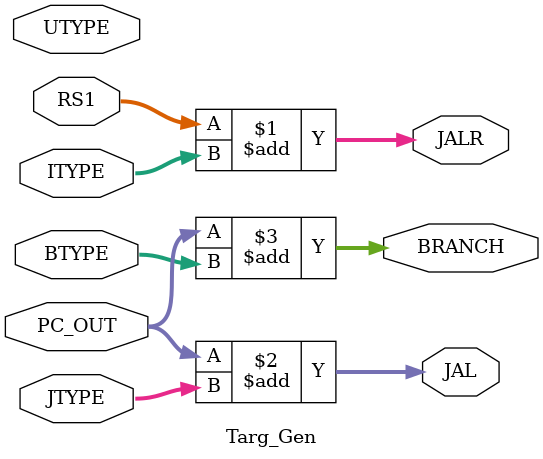
<source format=sv>
`timescale 1ns / 1ps

module Targ_Gen(
    input [31:0] JTYPE, BTYPE, ITYPE, UTYPE, RS1, PC_OUT,
    output logic [31:0] JALR, BRANCH, JAL
    );
    
   assign JALR = RS1 +ITYPE;
   assign JAL = PC_OUT + JTYPE;
   assign BRANCH = PC_OUT + BTYPE;
endmodule

</source>
